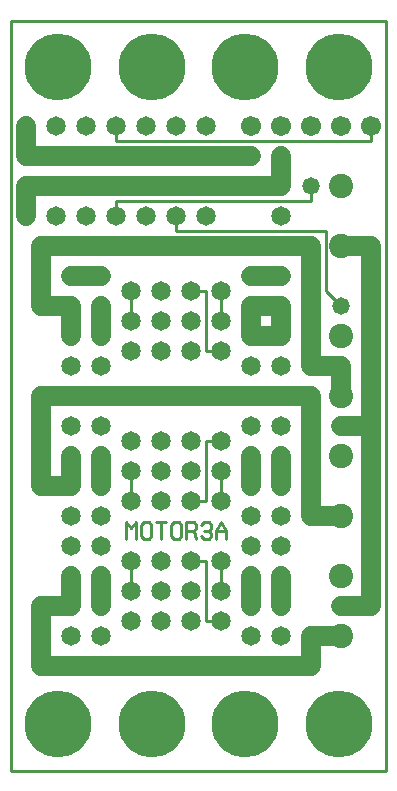
<source format=gtl>
%MOIN*%
%FSLAX25Y25*%
G04 D10 used for Character Trace; *
G04     Circle (OD=.01000) (No hole)*
G04 D11 used for Power Trace; *
G04     Circle (OD=.06700) (No hole)*
G04 D12 used for Signal Trace; *
G04     Circle (OD=.01100) (No hole)*
G04 D13 used for Via; *
G04     Circle (OD=.05800) (Round. Hole ID=.02800)*
G04 D14 used for Component hole; *
G04     Circle (OD=.06500) (Round. Hole ID=.03500)*
G04 D15 used for Component hole; *
G04     Circle (OD=.06700) (Round. Hole ID=.04300)*
G04 D16 used for Component hole; *
G04     Circle (OD=.08100) (Round. Hole ID=.05100)*
G04 D17 used for Component hole; *
G04     Circle (OD=.08900) (Round. Hole ID=.05900)*
G04 D18 used for Component hole; *
G04     Circle (OD=.11300) (Round. Hole ID=.08300)*
G04 D19 used for Component hole; *
G04     Circle (OD=.16000) (Round. Hole ID=.13000)*
G04 D20 used for Component hole; *
G04     Circle (OD=.18300) (Round. Hole ID=.15300)*
G04 D21 used for Component hole; *
G04     Circle (OD=.22291) (Round. Hole ID=.19291)*
%ADD10C,.01000*%
%ADD11C,.06700*%
%ADD12C,.01100*%
%ADD13C,.05800*%
%ADD14C,.06500*%
%ADD15C,.06700*%
%ADD16C,.08100*%
%ADD17C,.08900*%
%ADD18C,.11300*%
%ADD19C,.16000*%
%ADD20C,.18300*%
%ADD21C,.22291*%
%IPPOS*%
%LPD*%
G90*X0Y0D02*D21*X15625Y15625D03*D11*              
X10000Y35000D02*X100000D01*Y45000D01*X110000D01*  
D16*D03*D11*Y55000D02*X120000D01*D13*X110000D03*  
D11*X120000D02*Y115000D01*X110000D01*D13*D03*D11* 
X100000Y85000D02*Y125000D01*Y85000D02*X110000D01* 
D16*D03*D14*X90000Y105000D03*D11*Y95000D01*D14*   
D03*X80000Y105000D03*D11*Y95000D01*D14*D03*       
X90000Y85000D03*X70000Y100000D03*D12*Y90000D01*   
D14*D03*D12*X60000D02*X65000D01*D14*X60000D03*D12*
X65000D02*Y110000D01*X70000D01*D14*D03*           
X60000Y100000D03*Y110000D03*X80000Y115000D03*     
X50000Y90000D03*Y110000D03*X90000Y115000D03*      
X50000Y100000D03*X90000Y135000D03*X80000D03*      
Y85000D03*X40000Y140000D03*D10*X38326Y77129D02*   
Y82871D01*X40000Y80957D01*X41674Y82871D01*        
Y77129D01*X46674Y78086D02*X45837Y77129D01*        
X44163D01*X43326Y78086D01*Y81914D01*              
X44163Y82871D01*X45837D01*X46674Y81914D01*        
Y78086D01*X50000Y77129D02*Y82871D01*X48326D02*    
X51674D01*X56674Y78086D02*X55837Y77129D01*        
X54163D01*X53326Y78086D01*Y81914D01*              
X54163Y82871D01*X55837D01*X56674Y81914D01*        
Y78086D01*X58326Y77129D02*Y82871D01*X60837D01*    
X61674Y81914D01*Y80957D01*X60837Y80000D01*        
X58326D01*X60837D02*X61674Y77129D01*              
X63326Y81914D02*X64163Y82871D01*X65837D01*        
X66674Y81914D01*Y80957D01*X65837Y80000D01*        
X64163D01*X65837D02*X66674Y79043D01*Y78086D01*    
X65837Y77129D01*X64163D01*X63326Y78086D01*        
X68326Y77129D02*Y80000D01*X70000Y82871D01*        
X71674Y80000D01*Y77129D01*X68326Y80000D02*        
X71674D01*D14*X70000Y140000D03*D12*X65000D01*     
Y160000D01*X60000D01*D14*D03*X70000Y150000D03*D12*
Y160000D01*D14*D03*X60000Y150000D03*              
X80000Y155000D03*D11*Y145000D01*D14*D03*D11*      
X90000D01*D14*D03*D11*Y155000D01*D14*D03*D11*     
X80000D01*D14*X90000Y165000D03*D11*X80000D01*D14* 
D03*X90000Y185000D03*D11*X100000Y135000D02*       
Y175000D01*Y135000D02*X110000D01*Y125000D01*D16*  
D03*D11*X120000Y115000D02*Y175000D01*X110000D01*  
D16*D03*D12*X105000Y160000D02*Y180000D01*         
X110000Y155000D02*X105000Y160000D01*D13*          
X110000Y155000D03*D16*Y145000D03*D11*             
X10000Y175000D02*X100000D01*X10000Y155000D02*     
Y175000D01*Y155000D02*X20000D01*D14*D03*D11*      
Y145000D01*D14*D03*X30000Y135000D03*Y155000D03*   
D11*Y145000D01*D14*D03*X20000Y135000D03*          
X40000Y150000D03*D12*Y160000D01*D14*D03*          
X50000Y150000D03*X30000Y165000D03*D11*X20000D01*  
D14*D03*X35000Y185000D03*D12*Y190000D01*          
X100000D01*Y195000D01*D13*D03*D14*                
X90000Y205000D03*D11*Y195000D01*X5000D01*         
Y185000D01*D14*D03*X15000D03*X25000D03*D11*       
X5000Y205000D02*X80000D01*D13*D03*D15*            
X90000Y215000D03*X80000D03*D14*X65000D03*         
Y185000D03*D15*X100000Y215000D03*D12*             
X55000Y180000D02*X105000D01*X55000D02*Y185000D01* 
D14*D03*X45000D03*X50000Y160000D03*D12*           
X35000Y210000D02*X120000D01*Y215000D01*D15*D03*   
X110000D03*D16*Y195000D03*D21*X109375Y234375D03*  
D12*X125000Y0D02*Y250000D01*X0Y0D02*X125000D01*   
X0D02*Y250000D01*X125000D01*D21*X78125Y234375D03* 
D14*X55000Y215000D03*D21*X46875Y234375D03*D14*    
X45000Y215000D03*X35000D03*D12*Y210000D01*D14*    
X25000Y215000D03*X15000D03*D21*X15625Y234375D03*  
D14*X5000Y215000D03*D11*Y205000D01*D14*           
X50000Y140000D03*X60000D03*D11*X10000Y95000D02*   
Y125000D01*Y95000D02*X20000D01*D14*D03*D11*       
Y105000D01*D14*D03*X30000Y95000D03*D11*Y105000D01*
D14*D03*X20000Y115000D03*X40000Y100000D03*D12*    
Y90000D01*D14*D03*X30000Y85000D03*Y75000D03*      
X60000Y70000D03*D12*X65000D01*Y50000D01*X70000D01*
D14*D03*X60000Y60000D03*X80000Y45000D03*          
X70000Y60000D03*D12*Y70000D01*D14*D03*            
X80000Y65000D03*D11*Y55000D01*D14*D03*            
X90000Y45000D03*Y65000D03*D11*Y55000D01*D14*D03*  
Y75000D03*D16*X110000Y65000D03*D14*               
X80000Y75000D03*X60000Y50000D03*X50000Y70000D03*  
D21*X78125Y15625D03*D14*X50000Y60000D03*Y50000D03*
D21*X109375Y15625D03*X46875D03*D16*               
X110000Y105000D03*D14*X40000Y70000D03*D12*        
Y60000D01*D14*D03*X30000Y65000D03*D11*Y55000D01*  
D14*D03*X20000Y65000D03*D11*Y55000D01*D14*D03*D11*
X10000D01*Y35000D01*D14*X20000Y45000D03*X30000D03*
X40000Y50000D03*X20000Y75000D03*Y85000D03*        
X40000Y110000D03*X30000Y115000D03*D11*            
X10000Y125000D02*X100000D01*M02*                  

</source>
